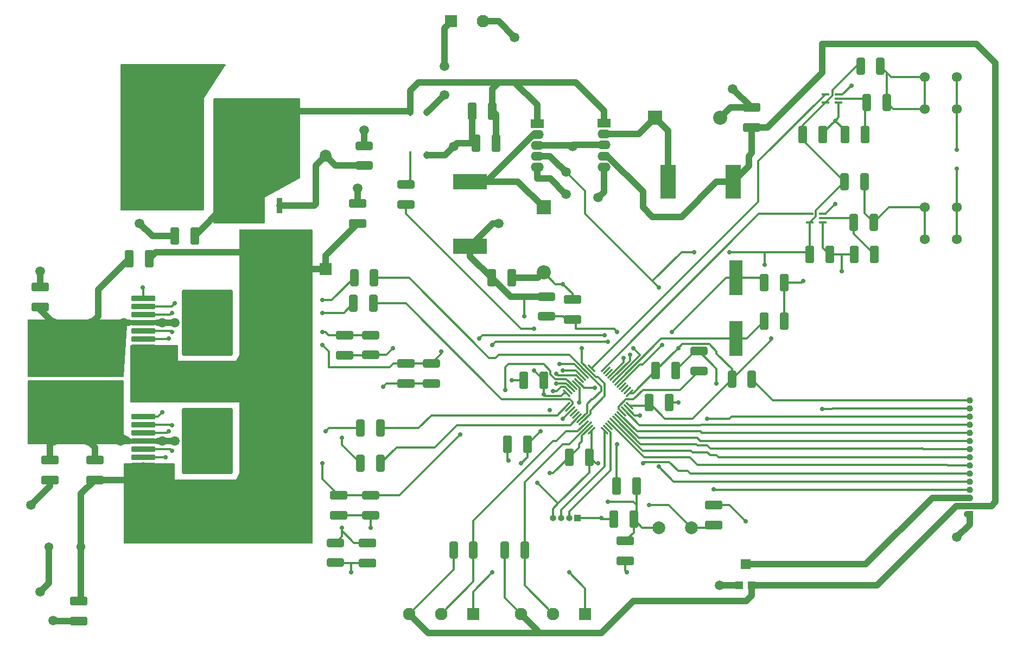
<source format=gbr>
%TF.GenerationSoftware,KiCad,Pcbnew,8.0.2*%
%TF.CreationDate,2024-06-26T19:24:32-04:00*%
%TF.ProjectId,pcb_forfirstproject,7063625f-666f-4726-9669-72737470726f,rev?*%
%TF.SameCoordinates,Original*%
%TF.FileFunction,Copper,L1,Top*%
%TF.FilePolarity,Positive*%
%FSLAX46Y46*%
G04 Gerber Fmt 4.6, Leading zero omitted, Abs format (unit mm)*
G04 Created by KiCad (PCBNEW 8.0.2) date 2024-06-26 19:24:32*
%MOMM*%
%LPD*%
G01*
G04 APERTURE LIST*
G04 Aperture macros list*
%AMRoundRect*
0 Rectangle with rounded corners*
0 $1 Rounding radius*
0 $2 $3 $4 $5 $6 $7 $8 $9 X,Y pos of 4 corners*
0 Add a 4 corners polygon primitive as box body*
4,1,4,$2,$3,$4,$5,$6,$7,$8,$9,$2,$3,0*
0 Add four circle primitives for the rounded corners*
1,1,$1+$1,$2,$3*
1,1,$1+$1,$4,$5*
1,1,$1+$1,$6,$7*
1,1,$1+$1,$8,$9*
0 Add four rect primitives between the rounded corners*
20,1,$1+$1,$2,$3,$4,$5,0*
20,1,$1+$1,$4,$5,$6,$7,0*
20,1,$1+$1,$6,$7,$8,$9,0*
20,1,$1+$1,$8,$9,$2,$3,0*%
G04 Aperture macros list end*
%TA.AperFunction,SMDPad,CuDef*%
%ADD10RoundRect,0.250000X0.412500X1.100000X-0.412500X1.100000X-0.412500X-1.100000X0.412500X-1.100000X0*%
%TD*%
%TA.AperFunction,SMDPad,CuDef*%
%ADD11RoundRect,0.098750X-1.736250X-0.296250X1.736250X-0.296250X1.736250X0.296250X-1.736250X0.296250X0*%
%TD*%
%TA.AperFunction,SMDPad,CuDef*%
%ADD12RoundRect,0.402000X-3.618000X4.783000X-3.618000X-4.783000X3.618000X-4.783000X3.618000X4.783000X0*%
%TD*%
%TA.AperFunction,SMDPad,CuDef*%
%ADD13R,2.413000X5.207000*%
%TD*%
%TA.AperFunction,SMDPad,CuDef*%
%ADD14R,2.000000X5.500000*%
%TD*%
%TA.AperFunction,SMDPad,CuDef*%
%ADD15RoundRect,0.250000X-0.412500X-1.100000X0.412500X-1.100000X0.412500X1.100000X-0.412500X1.100000X0*%
%TD*%
%TA.AperFunction,ComponentPad*%
%ADD16R,2.000001X1.400000*%
%TD*%
%TA.AperFunction,ComponentPad*%
%ADD17O,2.000001X1.400000*%
%TD*%
%TA.AperFunction,SMDPad,CuDef*%
%ADD18RoundRect,0.250000X-0.400000X-1.075000X0.400000X-1.075000X0.400000X1.075000X-0.400000X1.075000X0*%
%TD*%
%TA.AperFunction,SMDPad,CuDef*%
%ADD19RoundRect,0.075000X0.415425X0.521491X-0.521491X-0.415425X-0.415425X-0.521491X0.521491X0.415425X0*%
%TD*%
%TA.AperFunction,SMDPad,CuDef*%
%ADD20RoundRect,0.075000X-0.415425X0.521491X-0.521491X0.415425X0.415425X-0.521491X0.521491X-0.415425X0*%
%TD*%
%TA.AperFunction,SMDPad,CuDef*%
%ADD21R,1.200000X1.200000*%
%TD*%
%TA.AperFunction,SMDPad,CuDef*%
%ADD22R,1.600000X1.500000*%
%TD*%
%TA.AperFunction,ComponentPad*%
%ADD23R,1.950000X1.950000*%
%TD*%
%TA.AperFunction,ComponentPad*%
%ADD24C,1.950000*%
%TD*%
%TA.AperFunction,SMDPad,CuDef*%
%ADD25RoundRect,0.250000X-1.075000X0.400000X-1.075000X-0.400000X1.075000X-0.400000X1.075000X0.400000X0*%
%TD*%
%TA.AperFunction,SMDPad,CuDef*%
%ADD26RoundRect,0.250000X1.100000X-0.412500X1.100000X0.412500X-1.100000X0.412500X-1.100000X-0.412500X0*%
%TD*%
%TA.AperFunction,SMDPad,CuDef*%
%ADD27RoundRect,0.250000X-1.100000X0.412500X-1.100000X-0.412500X1.100000X-0.412500X1.100000X0.412500X0*%
%TD*%
%TA.AperFunction,ComponentPad*%
%ADD28C,2.000000*%
%TD*%
%TA.AperFunction,SMDPad,CuDef*%
%ADD29R,1.168400X0.355600*%
%TD*%
%TA.AperFunction,ComponentPad*%
%ADD30R,2.200000X2.200000*%
%TD*%
%TA.AperFunction,ComponentPad*%
%ADD31O,2.200000X2.200000*%
%TD*%
%TA.AperFunction,ComponentPad*%
%ADD32C,1.574800*%
%TD*%
%TA.AperFunction,SMDPad,CuDef*%
%ADD33RoundRect,0.250000X1.075000X-0.400000X1.075000X0.400000X-1.075000X0.400000X-1.075000X-0.400000X0*%
%TD*%
%TA.AperFunction,SMDPad,CuDef*%
%ADD34RoundRect,0.250000X0.400000X1.075000X-0.400000X1.075000X-0.400000X-1.075000X0.400000X-1.075000X0*%
%TD*%
%TA.AperFunction,SMDPad,CuDef*%
%ADD35R,0.457200X1.219200*%
%TD*%
%TA.AperFunction,ComponentPad*%
%ADD36C,1.371600*%
%TD*%
%TA.AperFunction,ComponentPad*%
%ADD37R,1.000000X1.000000*%
%TD*%
%TA.AperFunction,ComponentPad*%
%ADD38O,1.000000X1.000000*%
%TD*%
%TA.AperFunction,ComponentPad*%
%ADD39R,1.854200X1.854200*%
%TD*%
%TA.AperFunction,ComponentPad*%
%ADD40C,1.854200*%
%TD*%
%TA.AperFunction,SMDPad,CuDef*%
%ADD41R,5.207000X2.413000*%
%TD*%
%TA.AperFunction,SMDPad,CuDef*%
%ADD42R,0.939800X2.413000*%
%TD*%
%TA.AperFunction,SMDPad,CuDef*%
%ADD43R,5.562600X6.553200*%
%TD*%
%TA.AperFunction,ComponentPad*%
%ADD44R,1.010000X1.010000*%
%TD*%
%TA.AperFunction,ComponentPad*%
%ADD45C,1.010000*%
%TD*%
%TA.AperFunction,ViaPad*%
%ADD46C,0.700000*%
%TD*%
%TA.AperFunction,ViaPad*%
%ADD47C,1.500000*%
%TD*%
%TA.AperFunction,Conductor*%
%ADD48C,0.300000*%
%TD*%
%TA.AperFunction,Conductor*%
%ADD49C,1.000000*%
%TD*%
G04 APERTURE END LIST*
D10*
%TO.P,C5,1*%
%TO.N,+3.3V*%
X150062500Y-105825485D03*
%TO.P,C5,2*%
%TO.N,GND*%
X146937500Y-105825485D03*
%TD*%
D11*
%TO.P,U5,1,GND*%
%TO.N,GND*%
X87540000Y-111515485D03*
%TO.P,U5,2,IN*%
%TO.N,Net-(U5-IN)*%
X87540000Y-112785485D03*
%TO.P,U5,3,INH*%
%TO.N,Net-(U5-INH)*%
X87540000Y-114055485D03*
%TO.P,U5,4,OUT*%
%TO.N,P_plus*%
X87540000Y-115325485D03*
%TO.P,U5,5,SR*%
%TO.N,SR1*%
X87540000Y-116595485D03*
%TO.P,U5,6,IS*%
%TO.N,IS_hbridge1*%
X87540000Y-117865485D03*
%TO.P,U5,7,VS*%
%TO.N,Net-(MOSFET2-D)*%
X87540000Y-119135485D03*
D12*
%TO.P,U5,8,OUT__1*%
%TO.N,unconnected-(U5-OUT__1-Pad8)*%
X97500000Y-115325485D03*
%TD*%
D11*
%TO.P,U3,1,GND*%
%TO.N,GND*%
X87540000Y-93015485D03*
%TO.P,U3,2,IN*%
%TO.N,Net-(U3-IN)*%
X87540000Y-94285485D03*
%TO.P,U3,3,INH*%
%TO.N,Net-(U3-INH)*%
X87540000Y-95555485D03*
%TO.P,U3,4,OUT*%
%TO.N,P_minus*%
X87540000Y-96825485D03*
%TO.P,U3,5,SR*%
%TO.N,SR2*%
X87540000Y-98095485D03*
%TO.P,U3,6,IS*%
%TO.N,IS_hbridge2*%
X87540000Y-99365485D03*
%TO.P,U3,7,VS*%
%TO.N,Net-(MOSFET2-D)*%
X87540000Y-100635485D03*
D12*
%TO.P,U3,8,OUT__1*%
%TO.N,unconnected-(U3-OUT__1-Pad8)*%
X97500000Y-96825485D03*
%TD*%
D13*
%TO.P,L6,1,1*%
%TO.N,Net-(D6-K)*%
X169458100Y-74825485D03*
%TO.P,L6,2,2*%
%TO.N,+5V*%
X179541900Y-74825485D03*
%TD*%
D14*
%TO.P,Y1,1*%
%TO.N,Net-(U1-PF0)*%
X180000000Y-89825485D03*
%TO.P,Y1,2*%
%TO.N,Net-(U1-PF1)*%
X180000000Y-99325485D03*
%TD*%
D15*
%TO.P,C17,1*%
%TO.N,+3.3V*%
X191500000Y-86174495D03*
%TO.P,C17,2*%
%TO.N,GND*%
X194625000Y-86174495D03*
%TD*%
D16*
%TO.P,VR2,1,VIN*%
%TO.N,+12V*%
X159400000Y-65725485D03*
D17*
%TO.P,VR2,2,OUTPUT*%
%TO.N,Net-(D6-K)*%
X159400000Y-67425485D03*
%TO.P,VR2,3,GROUND*%
%TO.N,GND*%
X159400000Y-69125486D03*
%TO.P,VR2,4,FEEDBACK*%
%TO.N,+5V*%
X159400000Y-70825485D03*
%TO.P,VR2,5,~{ON}/OFF*%
%TO.N,GND*%
X159400000Y-72525485D03*
%TD*%
D18*
%TO.P,R9,1*%
%TO.N,+3.3V*%
X179400000Y-105662985D03*
%TO.P,R9,2*%
%TO.N,Net-(J3-Pad15)*%
X182500000Y-105662985D03*
%TD*%
%TO.P,R8,1*%
%TO.N,+3.3V*%
X196950000Y-74825485D03*
%TO.P,R8,2*%
%TO.N,Net-(R7-Pad1)*%
X200050000Y-74825485D03*
%TD*%
D10*
%TO.P,C20,1*%
%TO.N,+3.3VA*%
X164500000Y-122325485D03*
%TO.P,C20,2*%
%TO.N,Net-(U1-VREF+)*%
X161375000Y-122325485D03*
%TD*%
D19*
%TO.P,U1,1,VBAT*%
%TO.N,+3.3V*%
X163387876Y-107826697D03*
%TO.P,U1,2,PC13*%
%TO.N,unconnected-(U1-PC13-Pad2)*%
X163034322Y-107473143D03*
%TO.P,U1,3,PC14*%
%TO.N,unconnected-(U1-PC14-Pad3)*%
X162680769Y-107119590D03*
%TO.P,U1,4,PC15*%
%TO.N,unconnected-(U1-PC15-Pad4)*%
X162327215Y-106766036D03*
%TO.P,U1,5,PF0*%
%TO.N,Net-(U1-PF0)*%
X161973662Y-106412483D03*
%TO.P,U1,6,PF1*%
%TO.N,Net-(U1-PF1)*%
X161620109Y-106058930D03*
%TO.P,U1,7,PG10*%
%TO.N,/NRST*%
X161266555Y-105705376D03*
%TO.P,U1,8,PA0*%
%TO.N,IS_hbridge1*%
X160913002Y-105351823D03*
%TO.P,U1,9,PA1*%
%TO.N,IS_hbridge2*%
X160559449Y-104998270D03*
%TO.P,U1,10,PA2*%
%TO.N,unconnected-(U1-PA2-Pad10)*%
X160205895Y-104644716D03*
%TO.P,U1,11,PA3*%
%TO.N,unconnected-(U1-PA3-Pad11)*%
X159852342Y-104291163D03*
%TO.P,U1,12,PA4*%
%TO.N,PA4*%
X159498788Y-103937609D03*
D20*
%TO.P,U1,13,PA5*%
%TO.N,PA5*%
X157501212Y-103937609D03*
%TO.P,U1,14,PA6*%
%TO.N,PA10*%
X157147658Y-104291163D03*
%TO.P,U1,15,PA7*%
%TO.N,PA9*%
X156794105Y-104644716D03*
%TO.P,U1,16,PB0*%
%TO.N,PB0*%
X156440551Y-104998270D03*
%TO.P,U1,17,PB1*%
%TO.N,PB1*%
X156086998Y-105351823D03*
%TO.P,U1,18,PB2*%
%TO.N,PB2*%
X155733445Y-105705376D03*
%TO.P,U1,19,VSSA*%
%TO.N,GND*%
X155379891Y-106058930D03*
%TO.P,U1,20,VREF+*%
%TO.N,Net-(U1-VREF+)*%
X155026338Y-106412483D03*
%TO.P,U1,21,VDDA*%
%TO.N,+3.3VA*%
X154672785Y-106766036D03*
%TO.P,U1,22,PB10*%
%TO.N,PB10*%
X154319231Y-107119590D03*
%TO.P,U1,23,VSS*%
%TO.N,GND*%
X153965678Y-107473143D03*
%TO.P,U1,24,VDD*%
%TO.N,+3.3V*%
X153612124Y-107826697D03*
D19*
%TO.P,U1,25,PB11*%
%TO.N,PB11*%
X153612124Y-109824273D03*
%TO.P,U1,26,PB12*%
%TO.N,PB12*%
X153965678Y-110177827D03*
%TO.P,U1,27,PB13*%
%TO.N,PB13*%
X154319231Y-110531380D03*
%TO.P,U1,28,PB14*%
%TO.N,unconnected-(U1-PB14-Pad28)*%
X154672785Y-110884934D03*
%TO.P,U1,29,PB15*%
%TO.N,unconnected-(U1-PB15-Pad29)*%
X155026338Y-111238487D03*
%TO.P,U1,30,PA8*%
%TO.N,PA8*%
X155379891Y-111592040D03*
%TO.P,U1,31,PA9*%
%TO.N,PA9*%
X155733445Y-111945594D03*
%TO.P,U1,32,PA10*%
%TO.N,PA10*%
X156086998Y-112299147D03*
%TO.P,U1,33,PA11*%
%TO.N,PA11*%
X156440551Y-112652700D03*
%TO.P,U1,34,PA12*%
%TO.N,PA12*%
X156794105Y-113006254D03*
%TO.P,U1,35,VSS*%
%TO.N,GND*%
X157147658Y-113359807D03*
%TO.P,U1,36,VDD*%
%TO.N,+3.3V*%
X157501212Y-113713361D03*
D20*
%TO.P,U1,37,PA13*%
%TO.N,Net-(J4-Pin_3)*%
X159498788Y-113713361D03*
%TO.P,U1,38,PA14*%
%TO.N,Net-(J4-Pin_2)*%
X159852342Y-113359807D03*
%TO.P,U1,39,PA15*%
%TO.N,unconnected-(U1-PA15-Pad39)*%
X160205895Y-113006254D03*
%TO.P,U1,40,PB3*%
%TO.N,PB3*%
X160559449Y-112652700D03*
%TO.P,U1,41,PB4*%
%TO.N,PB4*%
X160913002Y-112299147D03*
%TO.P,U1,42,PB5*%
%TO.N,PB5*%
X161266555Y-111945594D03*
%TO.P,U1,43,PB6*%
%TO.N,PB6*%
X161620109Y-111592040D03*
%TO.P,U1,44,PB7*%
%TO.N,PB7*%
X161973662Y-111238487D03*
%TO.P,U1,45,PB8*%
%TO.N,/BOOT0*%
X162327215Y-110884934D03*
%TO.P,U1,46,PB9*%
%TO.N,PB9*%
X162680769Y-110531380D03*
%TO.P,U1,47,VSS*%
%TO.N,GND*%
X163034322Y-110177827D03*
%TO.P,U1,48,VDD*%
%TO.N,+3.3V*%
X163387876Y-109824273D03*
%TD*%
D18*
%TO.P,R4,1*%
%TO.N,+5V*%
X143950000Y-132325485D03*
%TO.P,R4,2*%
%TO.N,PA12*%
X147050000Y-132325485D03*
%TD*%
D21*
%TO.P,POT2,1,CCW*%
%TO.N,GND*%
X180500000Y-137825485D03*
D22*
%TO.P,POT2,2,Wiper*%
%TO.N,Net-(POT2-Wiper)*%
X181500000Y-134575485D03*
D21*
%TO.P,POT2,3,CW*%
%TO.N,+5V*%
X182500000Y-137825485D03*
%TD*%
D23*
%TO.P,J8,1,1*%
%TO.N,GND*%
X95767000Y-63825485D03*
D24*
%TO.P,J8,2,2*%
%TO.N,+12V*%
X100767000Y-63825485D03*
%TD*%
D25*
%TO.P,R5,1*%
%TO.N,+3.3V*%
X150500000Y-92775485D03*
%TO.P,R5,2*%
%TO.N,/NRST*%
X150500000Y-95875485D03*
%TD*%
D15*
%TO.P,C16,1*%
%TO.N,P_minus*%
X85375000Y-86825485D03*
%TO.P,C16,2*%
%TO.N,Net-(MOSFET2-D)*%
X88500000Y-86825485D03*
%TD*%
D26*
%TO.P,C37,1*%
%TO.N,GND*%
X128500000Y-106325485D03*
%TO.P,C37,2*%
%TO.N,IS_hbridge2*%
X128500000Y-103200485D03*
%TD*%
D18*
%TO.P,R3,1*%
%TO.N,+5V*%
X135950000Y-132325485D03*
%TO.P,R3,2*%
%TO.N,PA11*%
X139050000Y-132325485D03*
%TD*%
D23*
%TO.P,J1,1,1*%
%TO.N,Net-(J1-Pad1)*%
X135534000Y-49825485D03*
D24*
%TO.P,J1,2,2*%
%TO.N,GND*%
X140534000Y-49825485D03*
%TD*%
D15*
%TO.P,C34,1*%
%TO.N,+3.3V*%
X141875000Y-89867385D03*
%TO.P,C34,2*%
%TO.N,GND*%
X145000000Y-89867385D03*
%TD*%
D27*
%TO.P,C9,1*%
%TO.N,+3.3VA*%
X162750000Y-130925485D03*
%TO.P,C9,2*%
%TO.N,GND*%
X162750000Y-134050485D03*
%TD*%
D26*
%TO.P,C40,1*%
%TO.N,Net-(MOSFET2-D)*%
X121000000Y-81387985D03*
%TO.P,C40,2*%
%TO.N,GND*%
X121000000Y-78262985D03*
%TD*%
%TO.P,C11,1*%
%TO.N,GND*%
X122500000Y-134325485D03*
%TO.P,C11,2*%
%TO.N,SR1*%
X122500000Y-131200485D03*
%TD*%
D10*
%TO.P,C8,1*%
%TO.N,+3.3VA*%
X164062500Y-127487985D03*
%TO.P,C8,2*%
%TO.N,GND*%
X160937500Y-127487985D03*
%TD*%
D28*
%TO.P,FB1,1*%
%TO.N,+3.3VA*%
X167960000Y-128825485D03*
%TO.P,FB1,2*%
%TO.N,+3.3V*%
X173040000Y-128825485D03*
%TD*%
D27*
%TO.P,C35,1*%
%TO.N,GND*%
X71500000Y-91262985D03*
%TO.P,C35,2*%
%TO.N,P_minus*%
X71500000Y-94387985D03*
%TD*%
D16*
%TO.P,U8,1,VIN*%
%TO.N,+12V*%
X149000000Y-65767385D03*
D17*
%TO.P,U8,2,OUT*%
%TO.N,Net-(D7-K)*%
X149000000Y-67467385D03*
%TO.P,U8,3,GND*%
%TO.N,GND*%
X149000000Y-69167386D03*
%TO.P,U8,4,FB*%
%TO.N,+3.3V*%
X149000000Y-70867385D03*
%TO.P,U8,5,ON_OFF_N*%
%TO.N,GND*%
X149000000Y-72567385D03*
%TD*%
D23*
%TO.P,J2,1,1*%
%TO.N,GND*%
X139000000Y-142325485D03*
D24*
%TO.P,J2,2,2*%
%TO.N,PA11*%
X134000000Y-142325485D03*
%TO.P,J2,3,3*%
%TO.N,+5V*%
X129000000Y-142325485D03*
%TD*%
D25*
%TO.P,R6,1*%
%TO.N,GND*%
X174250000Y-101275485D03*
%TO.P,R6,2*%
%TO.N,/BOOT0*%
X174250000Y-104375485D03*
%TD*%
D29*
%TO.P,U2,1,NC*%
%TO.N,GND*%
X196041400Y-62499990D03*
%TO.P,U2,2,A*%
%TO.N,Net-(U2-A)*%
X196041400Y-61849991D03*
%TO.P,U2,3,GND*%
%TO.N,GND*%
X196041400Y-61199992D03*
%TO.P,U2,4,Y*%
%TO.N,PA5*%
X193958600Y-61199992D03*
%TO.P,U2,5,VCC*%
%TO.N,+3.3V*%
X193958600Y-62499990D03*
%TD*%
D10*
%TO.P,C7,1*%
%TO.N,+3.3V*%
X147500000Y-115825485D03*
%TO.P,C7,2*%
%TO.N,GND*%
X144375000Y-115825485D03*
%TD*%
%TO.P,C36,1*%
%TO.N,+12V*%
X95562500Y-83325485D03*
%TO.P,C36,2*%
%TO.N,GND*%
X92437500Y-83325485D03*
%TD*%
%TO.P,C18,1*%
%TO.N,Net-(U2-A)*%
X200125000Y-67499990D03*
%TO.P,C18,2*%
%TO.N,GND*%
X197000000Y-67499990D03*
%TD*%
D15*
%TO.P,C2,1*%
%TO.N,Net-(U1-PF0)*%
X184437500Y-90575485D03*
%TO.P,C2,2*%
%TO.N,GND*%
X187562500Y-90575485D03*
%TD*%
%TO.P,C3,1*%
%TO.N,+3.3V*%
X166437500Y-109325485D03*
%TO.P,C3,2*%
%TO.N,GND*%
X169562500Y-109325485D03*
%TD*%
D30*
%TO.P,D7,1,K*%
%TO.N,Net-(D7-K)*%
X150000000Y-78829285D03*
D31*
%TO.P,D7,2,A*%
%TO.N,GND*%
X150000000Y-88989285D03*
%TD*%
D32*
%TO.P,SW1,1,1*%
%TO.N,Net-(R1-Pad2)*%
X209500000Y-58500000D03*
%TO.P,SW1,2,2*%
%TO.N,GND*%
X214500000Y-58500000D03*
%TO.P,SW1,3,3*%
X214500000Y-63499990D03*
%TO.P,SW1,4,4*%
%TO.N,Net-(R1-Pad2)*%
X209500000Y-63499990D03*
%TD*%
D33*
%TO.P,R10,1*%
%TO.N,PA10*%
X128500000Y-78375485D03*
%TO.P,R10,2*%
%TO.N,Net-(Q2-Pad1)*%
X128500000Y-75275485D03*
%TD*%
D25*
%TO.P,R19,1*%
%TO.N,IS_hbridge1*%
X123000000Y-123787985D03*
%TO.P,R19,2*%
%TO.N,GND*%
X123000000Y-126887985D03*
%TD*%
D34*
%TO.P,R7,1*%
%TO.N,Net-(R7-Pad1)*%
X201500000Y-81174495D03*
%TO.P,R7,2*%
%TO.N,Net-(U6-A)*%
X198400000Y-81174495D03*
%TD*%
D35*
%TO.P,Q2,1,1*%
%TO.N,Net-(Q2-Pad1)*%
X129230000Y-70665585D03*
%TO.P,Q2,2,2*%
%TO.N,GND*%
X131770000Y-70665585D03*
%TO.P,Q2,3,3*%
%TO.N,Net-(J1-Pad1)*%
X131770000Y-63985385D03*
%TO.P,Q2,4,4*%
%TO.N,+12V*%
X129230000Y-63985385D03*
%TD*%
D26*
%TO.P,C32,1*%
%TO.N,+5V*%
X182500000Y-66387985D03*
%TO.P,C32,2*%
%TO.N,GND*%
X182500000Y-63262985D03*
%TD*%
%TO.P,C13,1*%
%TO.N,GND*%
X118000000Y-126887985D03*
%TO.P,C13,2*%
%TO.N,IS_hbridge1*%
X118000000Y-123762985D03*
%TD*%
D27*
%TO.P,C39,1*%
%TO.N,Net-(MOSFET2-D)*%
X77500000Y-140262985D03*
%TO.P,C39,2*%
%TO.N,GND*%
X77500000Y-143387985D03*
%TD*%
D25*
%TO.P,R21,1*%
%TO.N,IS_hbridge2*%
X132500000Y-103200485D03*
%TO.P,R21,2*%
%TO.N,GND*%
X132500000Y-106300485D03*
%TD*%
D36*
%TO.P,C38,1*%
%TO.N,Net-(MOSFET2-D)*%
X77835150Y-131825485D03*
%TO.P,C38,2*%
%TO.N,GND*%
X72831350Y-131825485D03*
%TD*%
D25*
%TO.P,R14,1*%
%TO.N,SR2*%
X123000000Y-98775485D03*
%TO.P,R14,2*%
%TO.N,GND*%
X123000000Y-101875485D03*
%TD*%
D27*
%TO.P,C19,1*%
%TO.N,GND*%
X154500000Y-93200485D03*
%TO.P,C19,2*%
%TO.N,/NRST*%
X154500000Y-96325485D03*
%TD*%
D37*
%TO.P,J4,1,Pin_1*%
%TO.N,GND*%
X155270000Y-127325485D03*
D38*
%TO.P,J4,2,Pin_2*%
%TO.N,Net-(J4-Pin_2)*%
X154000000Y-127325485D03*
%TO.P,J4,3,Pin_3*%
%TO.N,Net-(J4-Pin_3)*%
X152730000Y-127325485D03*
%TO.P,J4,4,Pin_4*%
%TO.N,+3.3V*%
X151460000Y-127325485D03*
%TD*%
D34*
%TO.P,R18,1*%
%TO.N,PA8*%
X124550000Y-118825485D03*
%TO.P,R18,2*%
%TO.N,Net-(U5-IN)*%
X121450000Y-118825485D03*
%TD*%
D26*
%TO.P,C12,1*%
%TO.N,GND*%
X119000000Y-101900485D03*
%TO.P,C12,2*%
%TO.N,SR2*%
X119000000Y-98775485D03*
%TD*%
D10*
%TO.P,C4,1*%
%TO.N,+3.3V*%
X157125000Y-117825485D03*
%TO.P,C4,2*%
%TO.N,GND*%
X154000000Y-117825485D03*
%TD*%
D30*
%TO.P,D6,1,K*%
%TO.N,Net-(D6-K)*%
X167420000Y-64825485D03*
D31*
%TO.P,D6,2,A*%
%TO.N,GND*%
X177580000Y-64825485D03*
%TD*%
D39*
%TO.P,U4,1,CATHODE*%
%TO.N,Net-(MOSFET2-D)*%
X116000000Y-88440785D03*
D40*
%TO.P,U4,2,ANODE*%
%TO.N,Net-(MOSFET2-G)*%
X116000000Y-70813185D03*
%TD*%
D33*
%TO.P,R20,1*%
%TO.N,Net-(MOSFET2-G)*%
X122000000Y-72325485D03*
%TO.P,R20,2*%
%TO.N,GND*%
X122000000Y-69225485D03*
%TD*%
D41*
%TO.P,L7,1,1*%
%TO.N,Net-(D7-K)*%
X138500000Y-74825485D03*
%TO.P,L7,2,2*%
%TO.N,+3.3V*%
X138500000Y-84909285D03*
%TD*%
D26*
%TO.P,C15,1*%
%TO.N,GND*%
X73000000Y-121387985D03*
%TO.P,C15,2*%
%TO.N,P_plus*%
X73000000Y-118262985D03*
%TD*%
D25*
%TO.P,R13,1*%
%TO.N,SR1*%
X117500000Y-131212985D03*
%TO.P,R13,2*%
%TO.N,GND*%
X117500000Y-134312985D03*
%TD*%
D26*
%TO.P,C10,1*%
%TO.N,+3.3V*%
X176500000Y-128450485D03*
%TO.P,C10,2*%
%TO.N,GND*%
X176500000Y-125325485D03*
%TD*%
D34*
%TO.P,R2,1*%
%TO.N,Net-(R1-Pad2)*%
X203550000Y-62499990D03*
%TO.P,R2,2*%
%TO.N,Net-(U2-A)*%
X200450000Y-62499990D03*
%TD*%
D32*
%TO.P,SW3,1,1*%
%TO.N,Net-(R7-Pad1)*%
X209500000Y-78825495D03*
%TO.P,SW3,2,2*%
%TO.N,GND*%
X214500000Y-78825495D03*
%TO.P,SW3,3,3*%
X214500000Y-83825485D03*
%TO.P,SW3,4,4*%
%TO.N,Net-(R7-Pad1)*%
X209500000Y-83825485D03*
%TD*%
D23*
%TO.P,J9,1,1*%
%TO.N,P_minus*%
X76500000Y-102592485D03*
D24*
%TO.P,J9,2,2*%
%TO.N,P_plus*%
X76500000Y-107592485D03*
%TD*%
D42*
%TO.P,MOSFET2,1,G*%
%TO.N,Net-(MOSFET2-G)*%
X108790000Y-78599185D03*
D43*
%TO.P,MOSFET2,2,D*%
%TO.N,Net-(MOSFET2-D)*%
X106500000Y-85825485D03*
D42*
%TO.P,MOSFET2,3,S*%
%TO.N,+12V*%
X104210000Y-78599185D03*
%TD*%
D15*
%TO.P,C1,1*%
%TO.N,Net-(U1-PF1)*%
X184437500Y-96575485D03*
%TO.P,C1,2*%
%TO.N,GND*%
X187562500Y-96575485D03*
%TD*%
D10*
%TO.P,C21,1*%
%TO.N,Net-(U6-A)*%
X201625000Y-86174495D03*
%TO.P,C21,2*%
%TO.N,GND*%
X198500000Y-86174495D03*
%TD*%
D18*
%TO.P,R1,1*%
%TO.N,+3.3V*%
X199450000Y-56825485D03*
%TO.P,R1,2*%
%TO.N,Net-(R1-Pad2)*%
X202550000Y-56825485D03*
%TD*%
D34*
%TO.P,R17,1*%
%TO.N,PA9*%
X123550000Y-89825485D03*
%TO.P,R17,2*%
%TO.N,Net-(U3-IN)*%
X120450000Y-89825485D03*
%TD*%
D15*
%TO.P,C22,1*%
%TO.N,+3.3V*%
X190437500Y-67499990D03*
%TO.P,C22,2*%
%TO.N,GND*%
X193562500Y-67499990D03*
%TD*%
D10*
%TO.P,C33,1*%
%TO.N,+12V*%
X142000000Y-63825485D03*
%TO.P,C33,2*%
%TO.N,GND*%
X138875000Y-63825485D03*
%TD*%
D15*
%TO.P,C6,1*%
%TO.N,+3.3V*%
X167500000Y-104325485D03*
%TO.P,C6,2*%
%TO.N,GND*%
X170625000Y-104325485D03*
%TD*%
D44*
%TO.P,J3,01,01*%
%TO.N,GND*%
X216500000Y-126715485D03*
D45*
%TO.P,J3,02,02*%
%TO.N,+5V*%
X216500000Y-125445485D03*
%TO.P,J3,03,03*%
%TO.N,Net-(POT2-Wiper)*%
X216500000Y-124175485D03*
%TO.P,J3,04,04*%
%TO.N,PB0*%
X216500000Y-122905485D03*
%TO.P,J3,05,05*%
%TO.N,PB1*%
X216500000Y-121635485D03*
%TO.P,J3,06,06*%
%TO.N,PB2*%
X216500000Y-120365485D03*
%TO.P,J3,07,07*%
%TO.N,PB3*%
X216500000Y-119095485D03*
%TO.P,J3,08,08*%
%TO.N,PB4*%
X216500000Y-117825485D03*
%TO.P,J3,09,09*%
%TO.N,PB5*%
X216500000Y-116555485D03*
%TO.P,J3,10,10*%
%TO.N,PB6*%
X216500000Y-115285485D03*
%TO.P,J3,11,11*%
%TO.N,PB7*%
X216500000Y-114015485D03*
%TO.P,J3,12,12*%
%TO.N,PB9*%
X216500000Y-112745485D03*
%TO.P,J3,13,13*%
%TO.N,PB10*%
X216500000Y-111475485D03*
%TO.P,J3,14,14*%
%TO.N,PB13*%
X216500000Y-110205485D03*
%TO.P,J3,15,15*%
%TO.N,Net-(J3-Pad15)*%
X216500000Y-108935485D03*
%TD*%
D27*
%TO.P,C14,1*%
%TO.N,P_plus*%
X80000000Y-118262985D03*
%TO.P,C14,2*%
%TO.N,Net-(MOSFET2-D)*%
X80000000Y-121387985D03*
%TD*%
D34*
%TO.P,R15,1*%
%TO.N,PB11*%
X124550000Y-113325485D03*
%TO.P,R15,2*%
%TO.N,Net-(U5-INH)*%
X121450000Y-113325485D03*
%TD*%
D10*
%TO.P,C31,1*%
%TO.N,+12V*%
X142562500Y-68825485D03*
%TO.P,C31,2*%
%TO.N,GND*%
X139437500Y-68825485D03*
%TD*%
D23*
%TO.P,J5,1,1*%
%TO.N,GND*%
X156500000Y-142325485D03*
D24*
%TO.P,J5,2,2*%
%TO.N,PA12*%
X151500000Y-142325485D03*
%TO.P,J5,3,3*%
%TO.N,+5V*%
X146500000Y-142325485D03*
%TD*%
D29*
%TO.P,U6,1,NC*%
%TO.N,GND*%
X193582800Y-81174495D03*
%TO.P,U6,2,A*%
%TO.N,Net-(U6-A)*%
X193582800Y-80524496D03*
%TO.P,U6,3,GND*%
%TO.N,GND*%
X193582800Y-79874497D03*
%TO.P,U6,4,Y*%
%TO.N,PA4*%
X191500000Y-79874497D03*
%TO.P,U6,5,VCC*%
%TO.N,+3.3V*%
X191500000Y-81174495D03*
%TD*%
D34*
%TO.P,R16,1*%
%TO.N,PB12*%
X123450000Y-93825485D03*
%TO.P,R16,2*%
%TO.N,Net-(U3-INH)*%
X120350000Y-93825485D03*
%TD*%
D46*
%TO.N,GND*%
X151000000Y-110500000D03*
X151500000Y-107500000D03*
X190500000Y-90325485D03*
X214500000Y-72825485D03*
X153000000Y-90825485D03*
D47*
X71500000Y-88825485D03*
X121000000Y-75825485D03*
X94500000Y-75825485D03*
D46*
X154000000Y-135825485D03*
X196500000Y-88825485D03*
D47*
X177500000Y-137825485D03*
D46*
X181500000Y-127825485D03*
D47*
X179500000Y-60325485D03*
D46*
X125000000Y-106825485D03*
X90500000Y-110825485D03*
D47*
X71500000Y-138825485D03*
D46*
X123000000Y-128825485D03*
X158000000Y-107000000D03*
D47*
X90500000Y-65825485D03*
D46*
X195500000Y-78325485D03*
X163000000Y-135825485D03*
D47*
X153500000Y-76825485D03*
D46*
X120000000Y-135825485D03*
X144500000Y-118325485D03*
D47*
X154500000Y-69325485D03*
X94500000Y-70825485D03*
X70000000Y-125325485D03*
X90500000Y-60325485D03*
X214500000Y-130325485D03*
X90500000Y-75825485D03*
D46*
X171000000Y-109325485D03*
X198000000Y-59825485D03*
D47*
X158500000Y-77325485D03*
X87000000Y-81325485D03*
X136000000Y-69325485D03*
D46*
X151000000Y-120325485D03*
X87500000Y-91325485D03*
X165000000Y-111325485D03*
D47*
X90500000Y-70825485D03*
D46*
X159000000Y-127325485D03*
X126500000Y-100825485D03*
D47*
X122000000Y-66825485D03*
D46*
X142000000Y-135825485D03*
X195500000Y-65325485D03*
D47*
X145500000Y-52325485D03*
X73500000Y-143325485D03*
D46*
X145000000Y-105825485D03*
X214500000Y-69825485D03*
X177000000Y-106325485D03*
%TO.N,Net-(U1-PF0)*%
X168500000Y-100325485D03*
X170000000Y-98325485D03*
%TO.N,+3.3V*%
X166500000Y-125325485D03*
X158500000Y-118825485D03*
X149500000Y-113825485D03*
X147000000Y-95825485D03*
X148500000Y-104325485D03*
X179000000Y-85825485D03*
X150000000Y-108074658D03*
X171000000Y-100825485D03*
X184500000Y-87825485D03*
X149000000Y-121825485D03*
D47*
X143000000Y-81325485D03*
D46*
X185500000Y-99325485D03*
X168000000Y-91325485D03*
X173500000Y-85825485D03*
D47*
X153500000Y-73325485D03*
D46*
X146500000Y-118825485D03*
%TO.N,+3.3VA*%
X144000000Y-107325485D03*
X160000000Y-124825485D03*
%TO.N,SR1*%
X92000000Y-116825485D03*
X118500000Y-128825485D03*
%TO.N,SR2*%
X115500000Y-98325485D03*
X92000000Y-98325485D03*
%TO.N,IS_hbridge1*%
X159500000Y-98825485D03*
X115500000Y-118825485D03*
X140000000Y-99325485D03*
X137000000Y-114325485D03*
X91000000Y-117825485D03*
X163500000Y-101825485D03*
D47*
%TO.N,P_plus*%
X90500000Y-115325485D03*
X92500000Y-115325485D03*
X81500000Y-111825485D03*
X76500000Y-111500000D03*
X71000000Y-111325485D03*
X73500000Y-115325485D03*
X82500000Y-108000000D03*
X84000000Y-115325485D03*
X79000000Y-112825485D03*
X79000000Y-115325485D03*
X73500000Y-112825485D03*
X70500000Y-107825485D03*
%TO.N,P_minus*%
X82000000Y-99000000D03*
X73500000Y-96825485D03*
X79500000Y-104000000D03*
X79500000Y-96825485D03*
X90500000Y-96825485D03*
X84500000Y-96825485D03*
X71000000Y-99000000D03*
X92500000Y-96825485D03*
X76500000Y-98500000D03*
X73500000Y-104000000D03*
D46*
%TO.N,/NRST*%
X164000000Y-100825485D03*
X161500000Y-98325485D03*
%TO.N,Net-(U1-VREF+)*%
X155500000Y-109325485D03*
X161500000Y-115825485D03*
%TO.N,IS_hbridge2*%
X162500000Y-102325485D03*
X115500000Y-100325485D03*
X134000000Y-101325485D03*
X91500000Y-99325485D03*
X142000000Y-100325485D03*
X160000000Y-99825485D03*
%TO.N,PA10*%
X148500000Y-97825485D03*
X156000000Y-100825485D03*
%TO.N,Net-(U5-INH)*%
X116000000Y-113825485D03*
X91500000Y-113825485D03*
%TO.N,Net-(U3-INH)*%
X115500000Y-95325485D03*
X92000000Y-95325485D03*
%TO.N,Net-(U3-IN)*%
X92500000Y-93825485D03*
X115500000Y-93325485D03*
%TO.N,Net-(U5-IN)*%
X92000000Y-112825485D03*
X118500000Y-114825485D03*
%TO.N,PB1*%
X153000000Y-104325485D03*
X168000000Y-119325485D03*
%TO.N,PB0*%
X176500000Y-122825485D03*
X152500000Y-103325485D03*
%TO.N,PB2*%
X152000000Y-104825485D03*
X165500000Y-118825485D03*
%TO.N,PB13*%
X193500000Y-110325485D03*
X153000000Y-111825485D03*
%TO.N,PB10*%
X175500000Y-111825485D03*
X152000000Y-106325485D03*
D47*
%TO.N,Net-(J1-Pad1)*%
X134500000Y-56825485D03*
X134500000Y-61325485D03*
%TD*%
D48*
%TO.N,Net-(U1-PF1)*%
X161620109Y-106058930D02*
X168353554Y-99325485D01*
X184437500Y-96575485D02*
X181687500Y-99325485D01*
X181687500Y-99325485D02*
X180000000Y-99325485D01*
X168353554Y-99325485D02*
X180000000Y-99325485D01*
%TO.N,GND*%
X187562500Y-90575485D02*
X187562500Y-96575485D01*
D49*
X182500000Y-63262985D02*
X182437500Y-63262985D01*
D48*
X156000000Y-115325485D02*
X155500000Y-115825485D01*
X214500000Y-58500000D02*
X214500000Y-63499990D01*
X170625000Y-104325485D02*
X173675000Y-101275485D01*
D49*
X77500000Y-143387985D02*
X73562500Y-143387985D01*
X89000000Y-83325485D02*
X87000000Y-81325485D01*
X159400000Y-72525485D02*
X159400000Y-76425485D01*
X182437500Y-63262985D02*
X179500000Y-60325485D01*
D48*
X119000000Y-101900485D02*
X122975000Y-101900485D01*
D49*
X179142500Y-63262985D02*
X177580000Y-64825485D01*
D48*
X122500000Y-134325485D02*
X120000000Y-134325485D01*
X196041400Y-62499990D02*
X196041400Y-64784085D01*
X128525000Y-106300485D02*
X128500000Y-106325485D01*
D49*
X151050610Y-74376095D02*
X153449390Y-76774875D01*
D48*
X154500000Y-92325485D02*
X153000000Y-90825485D01*
X214500000Y-83825485D02*
X214500000Y-78825495D01*
X187562500Y-90575485D02*
X190250000Y-90575485D01*
X169562500Y-109325485D02*
X171000000Y-109325485D01*
X125450000Y-101875485D02*
X126500000Y-100825485D01*
D49*
X136500000Y-68825485D02*
X136000000Y-69325485D01*
X154341901Y-69167386D02*
X154500000Y-69325485D01*
D48*
X162750000Y-134050485D02*
X162750000Y-135575485D01*
X152535955Y-107048504D02*
X152084459Y-107500000D01*
X139000000Y-138825485D02*
X142000000Y-135825485D01*
D49*
X73000000Y-121387985D02*
X73000000Y-122325485D01*
X149000000Y-74376095D02*
X151050610Y-74376095D01*
X73562500Y-143387985D02*
X73500000Y-143325485D01*
X122000000Y-69225485D02*
X122000000Y-66825485D01*
D48*
X123000000Y-101875485D02*
X125450000Y-101875485D01*
X196500000Y-86174495D02*
X198500000Y-86174495D01*
D49*
X72831350Y-137494135D02*
X71500000Y-138825485D01*
D48*
X177000000Y-104025485D02*
X177000000Y-106325485D01*
X117512500Y-134325485D02*
X117500000Y-134312985D01*
D49*
X216500000Y-126715485D02*
X216500000Y-128325485D01*
D48*
X153371270Y-106878737D02*
X152705722Y-106878737D01*
X159162500Y-127487985D02*
X159000000Y-127325485D01*
X197000000Y-67499990D02*
X197000000Y-66825485D01*
X125500000Y-106325485D02*
X125000000Y-106825485D01*
X155500000Y-115825485D02*
X155500000Y-116325485D01*
X179000000Y-125325485D02*
X181500000Y-127825485D01*
X193562500Y-67262985D02*
X195500000Y-65325485D01*
X139000000Y-142325485D02*
X139000000Y-138825485D01*
X144375000Y-115825485D02*
X144375000Y-118200485D01*
X87540000Y-93015485D02*
X87540000Y-91365485D01*
X193562500Y-67499990D02*
X193562500Y-67262985D01*
D49*
X131770000Y-70665585D02*
X134659900Y-70665585D01*
X145000000Y-89867385D02*
X149121900Y-89867385D01*
D48*
X193582800Y-79874497D02*
X193950988Y-79874497D01*
D49*
X72831350Y-131825485D02*
X72831350Y-137494135D01*
X149000000Y-72567385D02*
X149000000Y-74376095D01*
D48*
X173675000Y-101275485D02*
X174250000Y-101275485D01*
D49*
X71500000Y-91262985D02*
X71500000Y-88825485D01*
D48*
X144375000Y-118200485D02*
X144500000Y-118325485D01*
X214500000Y-63499990D02*
X214500000Y-69825485D01*
X150000000Y-88989285D02*
X151836200Y-90825485D01*
X196500000Y-86174495D02*
X196500000Y-88825485D01*
X155379891Y-106058930D02*
X156320961Y-107000000D01*
X190250000Y-90575485D02*
X190500000Y-90325485D01*
X194625000Y-86174495D02*
X196500000Y-86174495D01*
X156320961Y-107000000D02*
X158000000Y-107000000D01*
X156500000Y-142325485D02*
X156500000Y-138325485D01*
D49*
X149000000Y-69167386D02*
X154341901Y-69167386D01*
X180500000Y-137825485D02*
X177500000Y-137825485D01*
D48*
X163034322Y-110177827D02*
X164181980Y-111325485D01*
X151836200Y-90825485D02*
X153000000Y-90825485D01*
X196041400Y-61199992D02*
X196625493Y-61199992D01*
X174250000Y-101275485D02*
X177000000Y-104025485D01*
X132500000Y-106300485D02*
X128525000Y-106300485D01*
X87540000Y-91365485D02*
X87500000Y-91325485D01*
D49*
X134659900Y-70665585D02*
X136000000Y-69325485D01*
D48*
X193582800Y-81174495D02*
X193582800Y-85132295D01*
X118000000Y-126887985D02*
X123000000Y-126887985D01*
X156500000Y-138325485D02*
X154000000Y-135825485D01*
D49*
X138875000Y-63825485D02*
X138875000Y-68262985D01*
D48*
X122975000Y-101900485D02*
X123000000Y-101875485D01*
X193582800Y-85132295D02*
X194625000Y-86174495D01*
X155500000Y-116325485D02*
X154000000Y-117825485D01*
X146937500Y-105825485D02*
X145000000Y-105825485D01*
X151500000Y-120325485D02*
X151000000Y-120325485D01*
X160937500Y-127487985D02*
X159162500Y-127487985D01*
X153965678Y-107473143D02*
X153371270Y-106878737D01*
X87540000Y-111515485D02*
X89810000Y-111515485D01*
X162750000Y-135575485D02*
X163000000Y-135825485D01*
X157147658Y-113359807D02*
X156000000Y-114507465D01*
X164181980Y-111325485D02*
X165000000Y-111325485D01*
D49*
X143000000Y-49825485D02*
X145500000Y-52325485D01*
X182500000Y-63262985D02*
X179142500Y-63262985D01*
D48*
X154500000Y-93200485D02*
X154500000Y-92325485D01*
D49*
X159400000Y-69125486D02*
X154699999Y-69125486D01*
X149121900Y-89867385D02*
X150000000Y-88989285D01*
D48*
X193950988Y-79874497D02*
X195500000Y-78325485D01*
X128500000Y-106325485D02*
X125500000Y-106325485D01*
D49*
X216500000Y-126715485D02*
X216110000Y-126715485D01*
X92437500Y-83325485D02*
X89000000Y-83325485D01*
D48*
X196625493Y-61199992D02*
X198000000Y-59825485D01*
D49*
X140534000Y-49825485D02*
X143000000Y-49825485D01*
X121000000Y-78262985D02*
X121000000Y-75825485D01*
D48*
X120000000Y-134325485D02*
X117512500Y-134325485D01*
X152084459Y-107500000D02*
X151500000Y-107500000D01*
D49*
X73000000Y-122325485D02*
X70000000Y-125325485D01*
D48*
X155270000Y-127325485D02*
X159000000Y-127325485D01*
X89810000Y-111515485D02*
X90500000Y-110825485D01*
X214500000Y-78825495D02*
X214500000Y-72825485D01*
X123000000Y-126887985D02*
X123000000Y-128825485D01*
X120000000Y-134325485D02*
X120000000Y-135825485D01*
D49*
X138875000Y-68262985D02*
X139437500Y-68825485D01*
X139437500Y-68825485D02*
X136500000Y-68825485D01*
X216500000Y-128325485D02*
X214500000Y-130325485D01*
D48*
X152705722Y-106878737D02*
X152535955Y-107048504D01*
X156000000Y-114507465D02*
X156000000Y-115325485D01*
X154000000Y-117825485D02*
X151500000Y-120325485D01*
X196041400Y-64784085D02*
X195500000Y-65325485D01*
X176500000Y-125325485D02*
X179000000Y-125325485D01*
D49*
X154699999Y-69125486D02*
X154500000Y-69325485D01*
D48*
X155379891Y-106058930D02*
X156200000Y-106879039D01*
X197000000Y-66825485D02*
X195500000Y-65325485D01*
D49*
X159400000Y-76425485D02*
X158500000Y-77325485D01*
X153449390Y-76774875D02*
X153500000Y-76825485D01*
D48*
%TO.N,Net-(U1-PF0)*%
X165469670Y-103355815D02*
X168500000Y-100325485D01*
X165030330Y-103355815D02*
X165469670Y-103355815D01*
X178500000Y-89825485D02*
X180000000Y-89825485D01*
X184437500Y-90575485D02*
X183687500Y-89825485D01*
X170000000Y-98325485D02*
X178500000Y-89825485D01*
X161973662Y-106412483D02*
X165030330Y-103355815D01*
X183687500Y-89825485D02*
X180000000Y-89825485D01*
D49*
%TO.N,+3.3V*%
X149000000Y-70867385D02*
X151000001Y-70867385D01*
D48*
X151460000Y-125865485D02*
X152250000Y-125075485D01*
X192434200Y-80240295D02*
X191500000Y-81174495D01*
D49*
X152500000Y-72367384D02*
X152541899Y-72367384D01*
D48*
X196950000Y-74825485D02*
X192434200Y-79341285D01*
X147500000Y-115825485D02*
X147500000Y-117825485D01*
X167500000Y-104325485D02*
X163998788Y-107826697D01*
X150000000Y-105887985D02*
X150062500Y-105825485D01*
X192434200Y-79341285D02*
X192434200Y-80240295D01*
X163387876Y-109824273D02*
X165938712Y-109824273D01*
X191000000Y-85825485D02*
X184500000Y-85825485D01*
X191349010Y-86174495D02*
X191000000Y-85825485D01*
X173040000Y-128825485D02*
X176125000Y-128825485D01*
D49*
X141875000Y-89867385D02*
X144833100Y-92825485D01*
D48*
X190437500Y-68312985D02*
X190437500Y-67499990D01*
D49*
X151000001Y-70867385D02*
X152500000Y-72367384D01*
D48*
X195107200Y-60518285D02*
X195107200Y-61351390D01*
X190437500Y-67499990D02*
X190437500Y-66021090D01*
X168000000Y-91325485D02*
X167000000Y-90325485D01*
X150062500Y-105825485D02*
X150000000Y-105825485D01*
X167187500Y-103825485D02*
X167187500Y-104027073D01*
D49*
X147000000Y-92775485D02*
X150500000Y-92775485D01*
D48*
X147500000Y-115825485D02*
X149500000Y-113825485D01*
X157501212Y-113713361D02*
X157501212Y-117449273D01*
X168937500Y-111825485D02*
X173237500Y-111825485D01*
X191500000Y-86174495D02*
X191349010Y-86174495D01*
X184500000Y-87825485D02*
X184500000Y-85825485D01*
X158500000Y-118825485D02*
X158125000Y-118825485D01*
X147500000Y-117825485D02*
X146500000Y-118825485D01*
X179400000Y-105662985D02*
X179400000Y-104095029D01*
X177000000Y-101695029D02*
X177000000Y-101325485D01*
X167000000Y-90325485D02*
X156500000Y-79825485D01*
X171625000Y-100200485D02*
X171000000Y-100825485D01*
X175875000Y-100200485D02*
X171625000Y-100200485D01*
X157125000Y-120200485D02*
X157125000Y-117825485D01*
X173237500Y-111825485D02*
X179400000Y-105662985D01*
X157501212Y-117449273D02*
X157125000Y-117825485D01*
X198800000Y-56825485D02*
X195107200Y-60518285D01*
X156500000Y-76325485D02*
X153500000Y-73325485D01*
X151460000Y-127325485D02*
X151460000Y-125865485D01*
X190437500Y-66021090D02*
X193958600Y-62499990D01*
X147000000Y-95825485D02*
X147000000Y-92775485D01*
X150200000Y-108274658D02*
X150000000Y-108074658D01*
X153612124Y-107826697D02*
X153173303Y-107826697D01*
D49*
X145550000Y-92775485D02*
X147000000Y-92775485D01*
D48*
X173500000Y-85825485D02*
X171500000Y-85825485D01*
X169540000Y-125325485D02*
X166500000Y-125325485D01*
X171500000Y-85825485D02*
X167000000Y-90325485D01*
D49*
X138500000Y-86492385D02*
X141875000Y-89867385D01*
D48*
X156500000Y-79825485D02*
X156500000Y-76325485D01*
X150000000Y-105825485D02*
X148500000Y-104325485D01*
X152725342Y-108274658D02*
X150200000Y-108274658D01*
D49*
X152541899Y-72367384D02*
X153500000Y-73325485D01*
D48*
X196950000Y-74825485D02*
X190437500Y-68312985D01*
X165938712Y-109824273D02*
X166437500Y-109325485D01*
X166437500Y-109325485D02*
X168937500Y-111825485D01*
X167500000Y-104325485D02*
X171000000Y-100825485D01*
X184500000Y-85825485D02*
X179000000Y-85825485D01*
X158125000Y-118825485D02*
X157125000Y-117825485D01*
D49*
X142083800Y-81325485D02*
X138500000Y-84909285D01*
X145500000Y-92825485D02*
X145550000Y-92775485D01*
X138500000Y-84909285D02*
X138500000Y-86492385D01*
D48*
X173040000Y-128825485D02*
X169540000Y-125325485D01*
X191500000Y-81174495D02*
X191500000Y-86174495D01*
X177000000Y-101325485D02*
X175875000Y-100200485D01*
X179400000Y-105662985D02*
X185500000Y-99562985D01*
X163998788Y-107826697D02*
X163387876Y-107826697D01*
X152250000Y-125075485D02*
X157125000Y-120200485D01*
X195107200Y-61351390D02*
X193958600Y-62499990D01*
X176125000Y-128825485D02*
X176500000Y-128450485D01*
X199450000Y-56825485D02*
X198800000Y-56825485D01*
X153173303Y-107826697D02*
X152725342Y-108274658D01*
X185500000Y-99562985D02*
X185500000Y-99325485D01*
D49*
X144833100Y-92825485D02*
X145500000Y-92825485D01*
D48*
X179400000Y-104095029D02*
X177000000Y-101695029D01*
X150000000Y-108074658D02*
X150000000Y-105887985D01*
D49*
X143000000Y-81325485D02*
X142083800Y-81325485D01*
D48*
X149000000Y-121825485D02*
X152250000Y-125075485D01*
%TO.N,+3.3VA*%
X165400000Y-128825485D02*
X167960000Y-128825485D01*
X151075000Y-104900485D02*
X151075000Y-104400485D01*
X150000000Y-103325485D02*
X144500000Y-103325485D01*
X144500000Y-103325485D02*
X144000000Y-103825485D01*
X144000000Y-103825485D02*
X144000000Y-107325485D01*
X154672785Y-106766036D02*
X153532234Y-105625485D01*
X153532234Y-105625485D02*
X151800000Y-105625485D01*
X151800000Y-105625485D02*
X151075000Y-104900485D01*
X164062500Y-129612985D02*
X164062500Y-127487985D01*
X164500000Y-122325485D02*
X164500000Y-125325485D01*
X164000000Y-124825485D02*
X164500000Y-125325485D01*
X162750000Y-130925485D02*
X164062500Y-129612985D01*
X164500000Y-127050485D02*
X164062500Y-127487985D01*
X151075000Y-104400485D02*
X150000000Y-103325485D01*
X160000000Y-124825485D02*
X164000000Y-124825485D01*
X164500000Y-125325485D02*
X164500000Y-127050485D01*
X164062500Y-127487985D02*
X165400000Y-128825485D01*
%TO.N,SR1*%
X120375000Y-131200485D02*
X122500000Y-131200485D01*
X118500000Y-130212985D02*
X117500000Y-131212985D01*
X87540000Y-116595485D02*
X91770000Y-116595485D01*
X91770000Y-116595485D02*
X92000000Y-116825485D01*
X118500000Y-129325485D02*
X120375000Y-131200485D01*
X118500000Y-129325485D02*
X118500000Y-130212985D01*
X118500000Y-128825485D02*
X118500000Y-129325485D01*
%TO.N,SR2*%
X116000000Y-98325485D02*
X116450000Y-98775485D01*
X87540000Y-98095485D02*
X91770000Y-98095485D01*
X115500000Y-98325485D02*
X116000000Y-98325485D01*
X116450000Y-98775485D02*
X119000000Y-98775485D01*
X91770000Y-98095485D02*
X92000000Y-98325485D01*
X119000000Y-98775485D02*
X123000000Y-98775485D01*
%TO.N,IS_hbridge1*%
X163500000Y-102764825D02*
X163500000Y-101825485D01*
X90960000Y-117865485D02*
X91000000Y-117825485D01*
X127537500Y-123787985D02*
X123000000Y-123787985D01*
X160913002Y-105351823D02*
X163500000Y-102764825D01*
X87540000Y-117865485D02*
X90960000Y-117865485D01*
X115500000Y-121262985D02*
X118000000Y-123762985D01*
X156500000Y-98825485D02*
X140500000Y-98825485D01*
X122975000Y-123762985D02*
X123000000Y-123787985D01*
X140500000Y-98825485D02*
X140000000Y-99325485D01*
X159500000Y-98825485D02*
X156500000Y-98825485D01*
X115500000Y-118825485D02*
X115500000Y-121262985D01*
X118000000Y-123762985D02*
X122975000Y-123762985D01*
X137000000Y-114325485D02*
X127537500Y-123787985D01*
D49*
%TO.N,P_plus*%
X73000000Y-115825485D02*
X73500000Y-115325485D01*
X80000000Y-118262985D02*
X80000000Y-116325485D01*
X80000000Y-116325485D02*
X79000000Y-115325485D01*
X73000000Y-118262985D02*
X73000000Y-115825485D01*
%TO.N,Net-(MOSFET2-D)*%
X85287500Y-121387985D02*
X87540000Y-119135485D01*
X80000000Y-121387985D02*
X77835150Y-123552835D01*
X116000000Y-86387985D02*
X121000000Y-81387985D01*
X89500000Y-85825485D02*
X106500000Y-85825485D01*
X77835150Y-123552835D02*
X77835150Y-131825485D01*
X77835150Y-139927835D02*
X77500000Y-140262985D01*
X88500000Y-86825485D02*
X89500000Y-85825485D01*
X109115300Y-88440785D02*
X106500000Y-85825485D01*
X80000000Y-121387985D02*
X85287500Y-121387985D01*
X116000000Y-88440785D02*
X109115300Y-88440785D01*
X116000000Y-88440785D02*
X116000000Y-86387985D01*
X77835150Y-131825485D02*
X77835150Y-139927835D01*
%TO.N,P_minus*%
X80500000Y-91700485D02*
X80500000Y-95825485D01*
X71500000Y-94387985D02*
X71500000Y-94825485D01*
X85375000Y-86825485D02*
X80500000Y-91700485D01*
X71500000Y-94825485D02*
X73500000Y-96825485D01*
X80500000Y-95825485D02*
X79500000Y-96825485D01*
D48*
%TO.N,Net-(U2-A)*%
X199800001Y-61849991D02*
X200450000Y-62499990D01*
X200450000Y-63275485D02*
X200125000Y-63600485D01*
X196041400Y-61849991D02*
X199800001Y-61849991D01*
X200450000Y-62499990D02*
X200450000Y-63275485D01*
X200125000Y-63600485D02*
X200125000Y-67499990D01*
%TO.N,/NRST*%
X155000000Y-96825485D02*
X154500000Y-96325485D01*
X161000000Y-97825485D02*
X155000000Y-97825485D01*
X153050000Y-95875485D02*
X150500000Y-95875485D01*
X162431802Y-104540129D02*
X165000000Y-101971931D01*
X155000000Y-97825485D02*
X155000000Y-96825485D01*
X161266555Y-105705376D02*
X162431802Y-104540129D01*
X165000000Y-101971931D02*
X165000000Y-101825485D01*
X153500000Y-96325485D02*
X153050000Y-95875485D01*
X165000000Y-101825485D02*
X164000000Y-100825485D01*
X154500000Y-96325485D02*
X153500000Y-96325485D01*
X161500000Y-98325485D02*
X161000000Y-97825485D01*
%TO.N,Net-(U1-VREF+)*%
X155620746Y-109204739D02*
X155620746Y-107006891D01*
X161375000Y-122325485D02*
X161375000Y-115950485D01*
X155620746Y-107006891D02*
X155026338Y-106412483D01*
X155500000Y-109325485D02*
X155620746Y-109204739D01*
X161375000Y-115950485D02*
X161500000Y-115825485D01*
%TO.N,Net-(U6-A)*%
X198400000Y-81174495D02*
X198400000Y-82949495D01*
X197750001Y-80524496D02*
X198400000Y-81174495D01*
X193582800Y-80524496D02*
X197750001Y-80524496D01*
X198400000Y-82949495D02*
X201625000Y-86174495D01*
D49*
%TO.N,+12V*%
X129230000Y-63985385D02*
X129230000Y-60595485D01*
X149000000Y-62825485D02*
X145500000Y-59325485D01*
X142562500Y-64387985D02*
X142000000Y-63825485D01*
X145500000Y-59325485D02*
X155000000Y-59325485D01*
X129070100Y-63825485D02*
X129230000Y-63985385D01*
X95562500Y-83325485D02*
X100288800Y-78599185D01*
X100288800Y-78599185D02*
X104210000Y-78599185D01*
X142000000Y-60325485D02*
X143000000Y-59325485D01*
X149000000Y-65767385D02*
X149000000Y-62825485D01*
X130500000Y-59325485D02*
X143000000Y-59325485D01*
X143000000Y-59325485D02*
X145500000Y-59325485D01*
X155000000Y-59325485D02*
X159400000Y-63725485D01*
X129230000Y-60595485D02*
X130500000Y-59325485D01*
X159400000Y-63725485D02*
X159400000Y-65725485D01*
X142562500Y-68825485D02*
X142562500Y-64387985D01*
X142000000Y-63825485D02*
X142000000Y-60325485D01*
X100767000Y-63825485D02*
X129070100Y-63825485D01*
%TO.N,+5V*%
X159000000Y-145325485D02*
X149000000Y-145325485D01*
X149000000Y-145325485D02*
X149000000Y-144825485D01*
X216500000Y-125445485D02*
X219880000Y-125445485D01*
X132000000Y-145325485D02*
X129000000Y-142325485D01*
X182500000Y-70325485D02*
X182000000Y-70825485D01*
D48*
X135950000Y-132325485D02*
X135950000Y-135375485D01*
D49*
X220500000Y-124825485D02*
X220500000Y-56325485D01*
X184937500Y-66387985D02*
X182500000Y-66387985D01*
X181600000Y-140325485D02*
X164000000Y-140325485D01*
X182500000Y-137825485D02*
X182500000Y-139425485D01*
X149000000Y-144825485D02*
X146500000Y-142325485D01*
X165500000Y-76345585D02*
X165500000Y-78825485D01*
X167000000Y-80325485D02*
X171500000Y-80325485D01*
X193500000Y-57825485D02*
X184937500Y-66387985D01*
X182500000Y-66387985D02*
X182500000Y-70325485D01*
X217500000Y-53325485D02*
X193500000Y-53325485D01*
X182000000Y-72367385D02*
X179541900Y-74825485D01*
X216500000Y-125445485D02*
X214380000Y-125445485D01*
D48*
X143950000Y-139775485D02*
X146500000Y-142325485D01*
D49*
X220500000Y-56325485D02*
X217500000Y-53325485D01*
X214380000Y-125445485D02*
X202000000Y-137825485D01*
X149000000Y-145325485D02*
X132000000Y-145325485D01*
X159400000Y-70825485D02*
X159979900Y-70825485D01*
X182000000Y-70825485D02*
X182000000Y-72367385D01*
X159979900Y-70825485D02*
X165500000Y-76345585D01*
X193500000Y-53325485D02*
X193500000Y-57825485D01*
X177000000Y-74825485D02*
X179541900Y-74825485D01*
D48*
X143950000Y-132325485D02*
X143950000Y-139775485D01*
D49*
X202000000Y-137825485D02*
X182500000Y-137825485D01*
X171500000Y-80325485D02*
X177000000Y-74825485D01*
X165500000Y-78825485D02*
X167000000Y-80325485D01*
X164000000Y-140325485D02*
X159000000Y-145325485D01*
D48*
X135950000Y-135375485D02*
X129000000Y-142325485D01*
D49*
X182500000Y-139425485D02*
X181600000Y-140325485D01*
X219880000Y-125445485D02*
X220500000Y-124825485D01*
D48*
%TO.N,IS_hbridge2*%
X160559449Y-104998270D02*
X162500000Y-103057719D01*
X134000000Y-101325485D02*
X134000000Y-101700485D01*
X115500000Y-100325485D02*
X116500000Y-101325485D01*
X134000000Y-101700485D02*
X132500000Y-103200485D01*
X116500000Y-101325485D02*
X116500000Y-103825485D01*
X160000000Y-99825485D02*
X157000000Y-99825485D01*
X132500000Y-103200485D02*
X128500000Y-103200485D01*
X126000000Y-103825485D02*
X126625000Y-103200485D01*
X142500000Y-99825485D02*
X142000000Y-100325485D01*
X162500000Y-103057719D02*
X162500000Y-102325485D01*
X87540000Y-99365485D02*
X91460000Y-99365485D01*
X91460000Y-99365485D02*
X91500000Y-99325485D01*
X126625000Y-103200485D02*
X128500000Y-103200485D01*
X157000000Y-99825485D02*
X142500000Y-99825485D01*
X116500000Y-103825485D02*
X126000000Y-103825485D01*
D49*
%TO.N,Net-(D6-K)*%
X159400000Y-67425485D02*
X164820000Y-67425485D01*
X164820000Y-67425485D02*
X167420000Y-64825485D01*
X169458100Y-74825485D02*
X169458100Y-66863585D01*
X169458100Y-66863585D02*
X167420000Y-64825485D01*
%TO.N,Net-(D7-K)*%
X138500000Y-74825485D02*
X145996200Y-74825485D01*
X148420101Y-67467385D02*
X141062001Y-74825485D01*
X149000000Y-67467385D02*
X148420101Y-67467385D01*
X141062001Y-74825485D02*
X138500000Y-74825485D01*
X145996200Y-74825485D02*
X150000000Y-78829285D01*
D48*
%TO.N,Net-(J4-Pin_2)*%
X160446749Y-113954214D02*
X160446749Y-119878736D01*
X159852342Y-113359807D02*
X160446749Y-113954214D01*
X160446749Y-119878736D02*
X154000000Y-126325485D01*
X154000000Y-126325485D02*
X154000000Y-127325485D01*
%TO.N,Net-(J4-Pin_3)*%
X152730000Y-126095485D02*
X152730000Y-127325485D01*
X159498788Y-119326697D02*
X152730000Y-126095485D01*
X159498788Y-113713361D02*
X159498788Y-119326697D01*
D49*
%TO.N,Net-(POT2-Wiper)*%
X200250000Y-134575485D02*
X210650000Y-124175485D01*
X210650000Y-124175485D02*
X216500000Y-124175485D01*
X181500000Y-134575485D02*
X200250000Y-134575485D01*
D48*
%TO.N,Net-(R1-Pad2)*%
X209500000Y-63499990D02*
X209500000Y-58500000D01*
X203550000Y-57825485D02*
X202550000Y-56825485D01*
X209500000Y-58500000D02*
X204224515Y-58500000D01*
X203550000Y-62499990D02*
X204550000Y-63499990D01*
X204550000Y-63499990D02*
X209500000Y-63499990D01*
X204224515Y-58500000D02*
X202550000Y-56825485D01*
X203550000Y-62499990D02*
X203550000Y-57825485D01*
%TO.N,PA11*%
X139050000Y-132325485D02*
X139050000Y-137275485D01*
X153500000Y-113825485D02*
X155267766Y-113825485D01*
X155267766Y-113825485D02*
X156440551Y-112652700D01*
X139050000Y-132325485D02*
X139050000Y-127775485D01*
X139050000Y-127775485D02*
X151500000Y-115325485D01*
X151500000Y-115325485D02*
X152000000Y-115325485D01*
X139050000Y-137275485D02*
X134000000Y-142325485D01*
X152000000Y-115325485D02*
X153500000Y-113825485D01*
%TO.N,PA12*%
X153974874Y-115825485D02*
X156794105Y-113006254D01*
X153000000Y-115825485D02*
X153974874Y-115825485D01*
X147050000Y-121775485D02*
X153000000Y-115825485D01*
X147050000Y-132325485D02*
X147050000Y-137875485D01*
X147050000Y-132325485D02*
X147050000Y-121775485D01*
X156794105Y-113006254D02*
X157388511Y-112411846D01*
X147050000Y-137875485D02*
X151500000Y-142325485D01*
%TO.N,/BOOT0*%
X165500000Y-107325485D02*
X171300000Y-107325485D01*
X161732808Y-110290527D02*
X161732808Y-109941383D01*
X161732808Y-109941383D02*
X162848706Y-108825485D01*
X164000000Y-108825485D02*
X165500000Y-107325485D01*
X162848706Y-108825485D02*
X164000000Y-108825485D01*
X171300000Y-107325485D02*
X174250000Y-104375485D01*
X162327215Y-110884934D02*
X161732808Y-110290527D01*
%TO.N,Net-(R7-Pad1)*%
X209500000Y-78825495D02*
X209500000Y-83825485D01*
X201500000Y-81174495D02*
X203849000Y-78825495D01*
X200050000Y-74825485D02*
X200050000Y-79724495D01*
X203849000Y-78825495D02*
X209500000Y-78825495D01*
X200050000Y-79724495D02*
X201500000Y-81174495D01*
%TO.N,Net-(J3-Pad15)*%
X185772500Y-108935485D02*
X182500000Y-105662985D01*
X216500000Y-108935485D02*
X185772500Y-108935485D01*
%TO.N,Net-(Q2-Pad1)*%
X129230000Y-74545485D02*
X128500000Y-75275485D01*
X129230000Y-70665585D02*
X129230000Y-74545485D01*
%TO.N,PA10*%
X156553251Y-103671630D02*
X156553251Y-103696756D01*
X159500000Y-108325485D02*
X159500000Y-106325485D01*
X156553251Y-103696756D02*
X157147658Y-104291163D01*
X158181980Y-105325485D02*
X157147658Y-104291163D01*
X157280330Y-111105815D02*
X157280330Y-110545155D01*
X156086998Y-112299147D02*
X157280330Y-111105815D01*
X157280330Y-110545155D02*
X159500000Y-108325485D01*
X156000000Y-103118379D02*
X156553251Y-103671630D01*
X128500000Y-78375485D02*
X128500000Y-79825485D01*
X158500000Y-105325485D02*
X158181980Y-105325485D01*
X156000000Y-100825485D02*
X156000000Y-103118379D01*
X159500000Y-106325485D02*
X158500000Y-105325485D01*
X128500000Y-79825485D02*
X146500000Y-97825485D01*
X146500000Y-97825485D02*
X148500000Y-97825485D01*
%TO.N,Net-(U5-INH)*%
X91270000Y-114055485D02*
X91500000Y-113825485D01*
X87540000Y-114055485D02*
X91270000Y-114055485D01*
X116500000Y-113325485D02*
X116000000Y-113825485D01*
X121450000Y-113325485D02*
X116500000Y-113325485D01*
%TO.N,PB11*%
X152110912Y-111325485D02*
X132500000Y-111325485D01*
X153612124Y-109824273D02*
X152110912Y-111325485D01*
X132500000Y-111325485D02*
X130500000Y-113325485D01*
X130500000Y-113325485D02*
X124550000Y-113325485D01*
%TO.N,Net-(U3-INH)*%
X118850000Y-95325485D02*
X120350000Y-93825485D01*
X87540000Y-95555485D02*
X91770000Y-95555485D01*
X91770000Y-95555485D02*
X92000000Y-95325485D01*
X115500000Y-95325485D02*
X118850000Y-95325485D01*
%TO.N,PB12*%
X143449173Y-108774658D02*
X128500000Y-93825485D01*
X153965678Y-110177827D02*
X154560084Y-109583419D01*
X154560084Y-109583419D02*
X154560084Y-109234275D01*
X154560084Y-109234275D02*
X154100467Y-108774658D01*
X154100467Y-108774658D02*
X143449173Y-108774658D01*
X128500000Y-93825485D02*
X123450000Y-93825485D01*
%TO.N,PA9*%
X141500000Y-102325485D02*
X142500000Y-102325485D01*
X159000000Y-107500000D02*
X157674515Y-108825485D01*
X156794105Y-104644716D02*
X159000000Y-106850611D01*
X154000000Y-101825485D02*
X156000000Y-103825485D01*
X159000000Y-106850611D02*
X159000000Y-107500000D01*
X157500000Y-108825485D02*
X156780330Y-109545155D01*
X157674515Y-108825485D02*
X157500000Y-108825485D01*
X129000000Y-89825485D02*
X141500000Y-102325485D01*
X156000000Y-103850611D02*
X156794105Y-104644716D01*
X156780330Y-109545155D02*
X156780330Y-110898709D01*
X143000000Y-101825485D02*
X154000000Y-101825485D01*
X156780330Y-110898709D02*
X155733445Y-111945594D01*
X156000000Y-103825485D02*
X156000000Y-103850611D01*
X123550000Y-89825485D02*
X129000000Y-89825485D01*
X142500000Y-102325485D02*
X143000000Y-101825485D01*
%TO.N,Net-(U3-IN)*%
X115500000Y-93325485D02*
X116950000Y-93325485D01*
X87540000Y-94285485D02*
X92040000Y-94285485D01*
X116950000Y-93325485D02*
X120450000Y-89825485D01*
X92040000Y-94285485D02*
X92500000Y-93825485D01*
%TO.N,PA8*%
X136500000Y-112825485D02*
X133000000Y-116325485D01*
X127050000Y-116325485D02*
X124550000Y-118825485D01*
X154146448Y-112825485D02*
X136500000Y-112825485D01*
X133000000Y-116325485D02*
X127050000Y-116325485D01*
X155379891Y-111592040D02*
X155323224Y-111648709D01*
X155323224Y-111648709D02*
X154146448Y-112825485D01*
%TO.N,Net-(U5-IN)*%
X118500000Y-114825485D02*
X118500000Y-115875485D01*
X91960000Y-112785485D02*
X92000000Y-112825485D01*
X87540000Y-112785485D02*
X91960000Y-112785485D01*
X118500000Y-115875485D02*
X121450000Y-118825485D01*
D49*
%TO.N,Net-(MOSFET2-G)*%
X108790000Y-78599185D02*
X114226300Y-78599185D01*
X114226300Y-78599185D02*
X114500000Y-78325485D01*
X114500000Y-78325485D02*
X114500000Y-72313185D01*
X117512300Y-72325485D02*
X116000000Y-70813185D01*
X114500000Y-72313185D02*
X116000000Y-70813185D01*
X122000000Y-72325485D02*
X117512300Y-72325485D01*
D48*
%TO.N,PB1*%
X170310000Y-121635485D02*
X216500000Y-121635485D01*
X156086998Y-105351823D02*
X155346144Y-104610968D01*
X155346144Y-104610968D02*
X155346144Y-104610967D01*
X168000000Y-119325485D02*
X170310000Y-121635485D01*
X155060662Y-104325485D02*
X153000000Y-104325485D01*
X155346144Y-104610967D02*
X155060662Y-104325485D01*
%TO.N,PB7*%
X161973662Y-111238487D02*
X164560660Y-113825485D01*
X174690000Y-114015485D02*
X216500000Y-114015485D01*
X174500000Y-113825485D02*
X174690000Y-114015485D01*
X164560660Y-113825485D02*
X174500000Y-113825485D01*
%TO.N,PB4*%
X173000000Y-116825485D02*
X173230000Y-117055485D01*
X177325485Y-117825485D02*
X212500000Y-117825485D01*
X173230000Y-117055485D02*
X175555485Y-117055485D01*
X160913002Y-112299147D02*
X165439340Y-116825485D01*
X177000000Y-117500000D02*
X177325485Y-117825485D01*
X212500000Y-117825485D02*
X216500000Y-117825485D01*
X176000000Y-117500000D02*
X177000000Y-117500000D01*
X175555485Y-117055485D02*
X176000000Y-117500000D01*
X165439340Y-116825485D02*
X173000000Y-116825485D01*
%TO.N,PA4*%
X183561900Y-79874497D02*
X191500000Y-79874497D01*
X159498788Y-103937609D02*
X183561900Y-79874497D01*
%TO.N,PA5*%
X183500000Y-71658592D02*
X183500000Y-77938821D01*
X193958600Y-61199992D02*
X183500000Y-71658592D01*
X183500000Y-77938821D02*
X157501212Y-103937609D01*
%TO.N,PB0*%
X176580000Y-122905485D02*
X216500000Y-122905485D01*
X176500000Y-122825485D02*
X176580000Y-122905485D01*
X156440551Y-104998270D02*
X155846145Y-104403862D01*
X154767768Y-103325485D02*
X152500000Y-103325485D01*
X155846145Y-104403862D02*
X154767768Y-103325485D01*
%TO.N,PB2*%
X152000000Y-104896453D02*
X152000000Y-104825485D01*
X155139038Y-105110969D02*
X152214516Y-105110969D01*
X204540000Y-120365485D02*
X216500000Y-120365485D01*
X172500000Y-120000000D02*
X172865485Y-120365485D01*
X171000000Y-120000000D02*
X172500000Y-120000000D01*
X169625485Y-118625485D02*
X171000000Y-120000000D01*
X165700000Y-118625485D02*
X169625485Y-118625485D01*
X152214516Y-105110969D02*
X152000000Y-104896453D01*
X165500000Y-118825485D02*
X165700000Y-118625485D01*
X172865485Y-120365485D02*
X204540000Y-120365485D01*
X155733445Y-105705376D02*
X155139038Y-105110969D01*
%TO.N,PB13*%
X195000000Y-110325485D02*
X195120000Y-110205485D01*
X154319231Y-110531380D02*
X153025126Y-111825485D01*
X153025126Y-111825485D02*
X153000000Y-111825485D01*
X195120000Y-110205485D02*
X216500000Y-110205485D01*
X193500000Y-110325485D02*
X195000000Y-110325485D01*
%TO.N,PB6*%
X161620109Y-111592040D02*
X164853554Y-114825485D01*
X174460000Y-115285485D02*
X216500000Y-115285485D01*
X164853554Y-114825485D02*
X174000000Y-114825485D01*
X174000000Y-114825485D02*
X174460000Y-115285485D01*
%TO.N,PB9*%
X164974874Y-112825485D02*
X174500000Y-112825485D01*
X174500000Y-112825485D02*
X174580000Y-112745485D01*
X162680769Y-110531380D02*
X164974874Y-112825485D01*
X174580000Y-112745485D02*
X216500000Y-112745485D01*
%TO.N,PB10*%
X179000000Y-111825485D02*
X179350000Y-111475485D01*
X153525126Y-106325485D02*
X152000000Y-106325485D01*
X175500000Y-111825485D02*
X179000000Y-111825485D01*
X154319231Y-107119590D02*
X153525126Y-106325485D01*
X179350000Y-111475485D02*
X216500000Y-111475485D01*
%TO.N,PB5*%
X173825485Y-115825485D02*
X174000000Y-116000000D01*
X209230000Y-116555485D02*
X216500000Y-116555485D01*
X175500000Y-116000000D02*
X176000000Y-116500000D01*
X209000000Y-116500000D02*
X209087258Y-116412742D01*
X174000000Y-116000000D02*
X175500000Y-116000000D01*
X209087258Y-116412742D02*
X209230000Y-116555485D01*
X161266555Y-111945594D02*
X165146446Y-115825485D01*
X165146446Y-115825485D02*
X173825485Y-115825485D01*
X176000000Y-116500000D02*
X209000000Y-116500000D01*
%TO.N,PB3*%
X172825485Y-117825485D02*
X174000000Y-119000000D01*
X212967408Y-119000000D02*
X213062893Y-119095485D01*
X174000000Y-119000000D02*
X212967408Y-119000000D01*
X165732234Y-117825485D02*
X172825485Y-117825485D01*
X160559449Y-112652700D02*
X165732234Y-117825485D01*
X213062893Y-119095485D02*
X216500000Y-119095485D01*
D49*
%TO.N,Net-(J1-Pad1)*%
X131770000Y-63985385D02*
X131840100Y-63985385D01*
X131840100Y-63985385D02*
X134500000Y-61325485D01*
X134500000Y-50859485D02*
X135534000Y-49825485D01*
X134500000Y-56825485D02*
X134500000Y-50859485D01*
%TD*%
%TA.AperFunction,Conductor*%
%TO.N,P_plus*%
G36*
X84443039Y-105845170D02*
G01*
X84488794Y-105897974D01*
X84500000Y-105949485D01*
X84500000Y-114325485D01*
X84500001Y-114325486D01*
X85331572Y-114741271D01*
X85370547Y-114773436D01*
X85370609Y-114773375D01*
X85371253Y-114774019D01*
X85374493Y-114776693D01*
X85376358Y-114779123D01*
X85376357Y-114779123D01*
X85501537Y-114875178D01*
X85501543Y-114875181D01*
X85556571Y-114897974D01*
X85647314Y-114935561D01*
X85764472Y-114950985D01*
X85764479Y-114950985D01*
X89315521Y-114950985D01*
X89315528Y-114950985D01*
X89432686Y-114935561D01*
X89578461Y-114875179D01*
X89599735Y-114858854D01*
X89609830Y-114851109D01*
X89674999Y-114825915D01*
X89685316Y-114825485D01*
X92855500Y-114825485D01*
X92922539Y-114845170D01*
X92968294Y-114897974D01*
X92979500Y-114949485D01*
X92979501Y-115701485D01*
X92959817Y-115768524D01*
X92907013Y-115814279D01*
X92855501Y-115825485D01*
X89685316Y-115825485D01*
X89618277Y-115805800D01*
X89609830Y-115799861D01*
X89578461Y-115775791D01*
X89578456Y-115775788D01*
X89432689Y-115715410D01*
X89432684Y-115715408D01*
X89315537Y-115699986D01*
X89315534Y-115699985D01*
X89315528Y-115699985D01*
X85764472Y-115699985D01*
X85764466Y-115699985D01*
X85764462Y-115699986D01*
X85647315Y-115715408D01*
X85647310Y-115715410D01*
X85501543Y-115775788D01*
X85501538Y-115775791D01*
X85470170Y-115799861D01*
X85405001Y-115825055D01*
X85394684Y-115825485D01*
X69624000Y-115825485D01*
X69556961Y-115805800D01*
X69511206Y-115752996D01*
X69500000Y-115701485D01*
X69500000Y-105949485D01*
X69519685Y-105882446D01*
X69572489Y-105836691D01*
X69624000Y-105825485D01*
X84376000Y-105825485D01*
X84443039Y-105845170D01*
G37*
%TD.AperFunction*%
%TD*%
%TA.AperFunction,Conductor*%
%TO.N,+12V*%
G36*
X111943039Y-61845170D02*
G01*
X111988794Y-61897974D01*
X112000000Y-61949485D01*
X112000000Y-74251874D01*
X111980315Y-74318913D01*
X111935378Y-74360733D01*
X106500000Y-77325485D01*
X106500000Y-81201485D01*
X106480315Y-81268524D01*
X106427511Y-81314279D01*
X106376000Y-81325485D01*
X98624000Y-81325485D01*
X98556961Y-81305800D01*
X98511206Y-81252996D01*
X98500000Y-81201485D01*
X98500000Y-61949485D01*
X98519685Y-61882446D01*
X98572489Y-61836691D01*
X98624000Y-61825485D01*
X111876000Y-61825485D01*
X111943039Y-61845170D01*
G37*
%TD.AperFunction*%
%TD*%
%TA.AperFunction,Conductor*%
%TO.N,P_minus*%
G36*
X85461723Y-96345170D02*
G01*
X85470170Y-96351109D01*
X85491217Y-96367258D01*
X85501539Y-96375179D01*
X85501541Y-96375179D01*
X85501543Y-96375181D01*
X85556571Y-96397974D01*
X85647314Y-96435561D01*
X85764472Y-96450985D01*
X85764479Y-96450985D01*
X89315521Y-96450985D01*
X89315528Y-96450985D01*
X89432686Y-96435561D01*
X89578461Y-96375179D01*
X89599735Y-96358854D01*
X89609830Y-96351109D01*
X89674999Y-96325915D01*
X89685316Y-96325485D01*
X92855500Y-96325485D01*
X92922539Y-96345170D01*
X92968294Y-96397974D01*
X92979500Y-96449485D01*
X92979501Y-97201485D01*
X92959817Y-97268524D01*
X92907013Y-97314279D01*
X92855501Y-97325485D01*
X89685316Y-97325485D01*
X89618277Y-97305800D01*
X89609830Y-97299861D01*
X89578461Y-97275791D01*
X89578456Y-97275788D01*
X89432689Y-97215410D01*
X89432684Y-97215408D01*
X89315537Y-97199986D01*
X89315534Y-97199985D01*
X89315528Y-97199985D01*
X85764472Y-97199985D01*
X85764466Y-97199985D01*
X85764462Y-97199986D01*
X85647315Y-97215408D01*
X85647310Y-97215410D01*
X85501543Y-97275788D01*
X85501538Y-97275791D01*
X85470170Y-97299861D01*
X85405001Y-97325055D01*
X85394684Y-97325485D01*
X85000000Y-97325485D01*
X84507750Y-105201485D01*
X84507267Y-105209220D01*
X84483438Y-105274901D01*
X84427883Y-105317273D01*
X84383508Y-105325485D01*
X69624000Y-105325485D01*
X69556961Y-105305800D01*
X69511206Y-105252996D01*
X69500000Y-105201485D01*
X69500000Y-96449485D01*
X69519685Y-96382446D01*
X69572489Y-96336691D01*
X69624000Y-96325485D01*
X85394684Y-96325485D01*
X85461723Y-96345170D01*
G37*
%TD.AperFunction*%
%TD*%
%TA.AperFunction,Conductor*%
%TO.N,GND*%
G36*
X100337162Y-56519685D02*
G01*
X100382917Y-56572489D01*
X100392861Y-56641647D01*
X100373747Y-56692103D01*
X97000000Y-61825483D01*
X97000000Y-79201485D01*
X96980315Y-79268524D01*
X96927511Y-79314279D01*
X96876000Y-79325485D01*
X84124000Y-79325485D01*
X84056961Y-79305800D01*
X84011206Y-79252996D01*
X84000000Y-79201485D01*
X84000000Y-56624000D01*
X84019685Y-56556961D01*
X84072489Y-56511206D01*
X84124000Y-56500000D01*
X100270123Y-56500000D01*
X100337162Y-56519685D01*
G37*
%TD.AperFunction*%
%TD*%
%TA.AperFunction,Conductor*%
%TO.N,Net-(MOSFET2-D)*%
G36*
X113943039Y-82345170D02*
G01*
X113988794Y-82397974D01*
X114000000Y-82449485D01*
X114000000Y-131201485D01*
X113980315Y-131268524D01*
X113927511Y-131314279D01*
X113876000Y-131325485D01*
X84624000Y-131325485D01*
X84556961Y-131305800D01*
X84511206Y-131252996D01*
X84500000Y-131201485D01*
X84500000Y-118949485D01*
X84519685Y-118882446D01*
X84572489Y-118836691D01*
X84624000Y-118825485D01*
X92376000Y-118825485D01*
X92443039Y-118845170D01*
X92488794Y-118897974D01*
X92500000Y-118949485D01*
X92500000Y-121325485D01*
X101999999Y-121325485D01*
X102000000Y-121325485D01*
X102500000Y-120325485D01*
X102500000Y-109325485D01*
X85624000Y-109325485D01*
X85556961Y-109305800D01*
X85511206Y-109252996D01*
X85500000Y-109201485D01*
X85500000Y-100449485D01*
X85519685Y-100382446D01*
X85572489Y-100336691D01*
X85624000Y-100325485D01*
X92855501Y-100325485D01*
X92922540Y-100345170D01*
X92968295Y-100397974D01*
X92979501Y-100449485D01*
X92979501Y-101671659D01*
X92985700Y-101750441D01*
X92985700Y-101750444D01*
X92985701Y-101750445D01*
X92995775Y-101788043D01*
X93000000Y-101820133D01*
X93000000Y-102825485D01*
X101999999Y-102825485D01*
X102000000Y-102825485D01*
X102500000Y-101825485D01*
X102500000Y-82449485D01*
X102519685Y-82382446D01*
X102572489Y-82336691D01*
X102624000Y-82325485D01*
X113876000Y-82325485D01*
X113943039Y-82345170D01*
G37*
%TD.AperFunction*%
%TD*%
M02*

</source>
